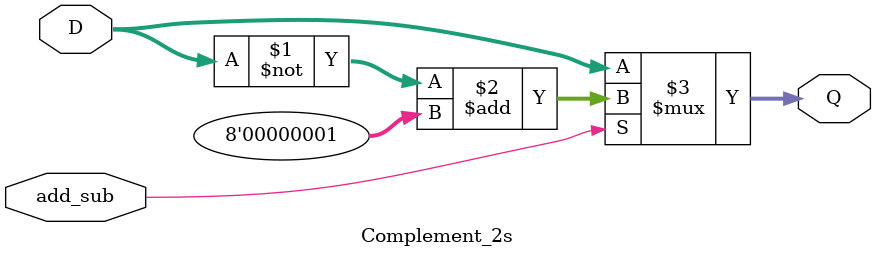
<source format=v>
`timescale 1ns/10ps

module Complement_2s (D, add_sub, Q);
	input [7:0] D;
    	input add_sub;
    	output [7:0] Q;

   	assign Q = add_sub ? (~D + 8'b1) : D;
endmodule

</source>
